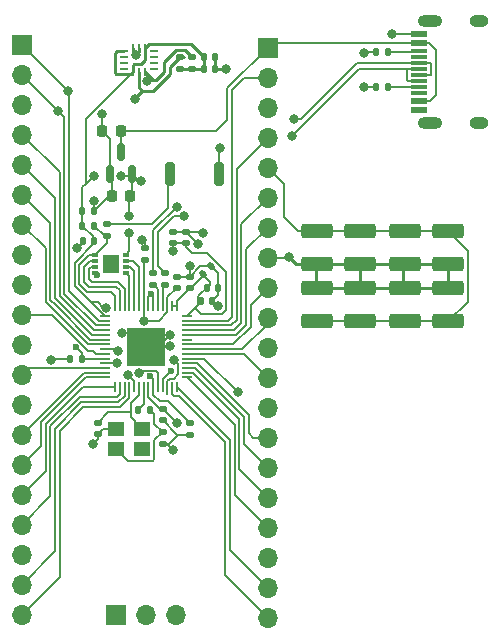
<source format=gbr>
%TF.GenerationSoftware,KiCad,Pcbnew,7.0.10*%
%TF.CreationDate,2025-11-23T12:01:09-06:00*%
%TF.ProjectId,FrankDevBoard,4672616e-6b44-4657-9642-6f6172642e6b,rev?*%
%TF.SameCoordinates,Original*%
%TF.FileFunction,Copper,L1,Top*%
%TF.FilePolarity,Positive*%
%FSLAX46Y46*%
G04 Gerber Fmt 4.6, Leading zero omitted, Abs format (unit mm)*
G04 Created by KiCad (PCBNEW 7.0.10) date 2025-11-23 12:01:09*
%MOMM*%
%LPD*%
G01*
G04 APERTURE LIST*
G04 Aperture macros list*
%AMRoundRect*
0 Rectangle with rounded corners*
0 $1 Rounding radius*
0 $2 $3 $4 $5 $6 $7 $8 $9 X,Y pos of 4 corners*
0 Add a 4 corners polygon primitive as box body*
4,1,4,$2,$3,$4,$5,$6,$7,$8,$9,$2,$3,0*
0 Add four circle primitives for the rounded corners*
1,1,$1+$1,$2,$3*
1,1,$1+$1,$4,$5*
1,1,$1+$1,$6,$7*
1,1,$1+$1,$8,$9*
0 Add four rect primitives between the rounded corners*
20,1,$1+$1,$2,$3,$4,$5,0*
20,1,$1+$1,$4,$5,$6,$7,0*
20,1,$1+$1,$6,$7,$8,$9,0*
20,1,$1+$1,$8,$9,$2,$3,0*%
G04 Aperture macros list end*
%TA.AperFunction,SMDPad,CuDef*%
%ADD10R,0.675000X0.250000*%
%TD*%
%TA.AperFunction,SMDPad,CuDef*%
%ADD11R,0.250000X0.675000*%
%TD*%
%TA.AperFunction,SMDPad,CuDef*%
%ADD12RoundRect,0.135000X-0.185000X0.135000X-0.185000X-0.135000X0.185000X-0.135000X0.185000X0.135000X0*%
%TD*%
%TA.AperFunction,SMDPad,CuDef*%
%ADD13RoundRect,0.140000X0.140000X0.170000X-0.140000X0.170000X-0.140000X-0.170000X0.140000X-0.170000X0*%
%TD*%
%TA.AperFunction,SMDPad,CuDef*%
%ADD14RoundRect,0.140000X-0.140000X-0.170000X0.140000X-0.170000X0.140000X0.170000X-0.140000X0.170000X0*%
%TD*%
%TA.AperFunction,SMDPad,CuDef*%
%ADD15RoundRect,0.250000X1.075000X-0.375000X1.075000X0.375000X-1.075000X0.375000X-1.075000X-0.375000X0*%
%TD*%
%TA.AperFunction,ComponentPad*%
%ADD16R,1.700000X1.700000*%
%TD*%
%TA.AperFunction,ComponentPad*%
%ADD17O,1.700000X1.700000*%
%TD*%
%TA.AperFunction,SMDPad,CuDef*%
%ADD18RoundRect,0.135000X0.135000X0.185000X-0.135000X0.185000X-0.135000X-0.185000X0.135000X-0.185000X0*%
%TD*%
%TA.AperFunction,SMDPad,CuDef*%
%ADD19RoundRect,0.250000X-1.075000X0.375000X-1.075000X-0.375000X1.075000X-0.375000X1.075000X0.375000X0*%
%TD*%
%TA.AperFunction,SMDPad,CuDef*%
%ADD20RoundRect,0.225000X0.225000X0.250000X-0.225000X0.250000X-0.225000X-0.250000X0.225000X-0.250000X0*%
%TD*%
%TA.AperFunction,SMDPad,CuDef*%
%ADD21RoundRect,0.140000X-0.170000X0.140000X-0.170000X-0.140000X0.170000X-0.140000X0.170000X0.140000X0*%
%TD*%
%TA.AperFunction,SMDPad,CuDef*%
%ADD22RoundRect,0.140000X0.170000X-0.140000X0.170000X0.140000X-0.170000X0.140000X-0.170000X-0.140000X0*%
%TD*%
%TA.AperFunction,SMDPad,CuDef*%
%ADD23RoundRect,0.050000X-0.387500X-0.050000X0.387500X-0.050000X0.387500X0.050000X-0.387500X0.050000X0*%
%TD*%
%TA.AperFunction,SMDPad,CuDef*%
%ADD24RoundRect,0.050000X-0.050000X-0.387500X0.050000X-0.387500X0.050000X0.387500X-0.050000X0.387500X0*%
%TD*%
%TA.AperFunction,SMDPad,CuDef*%
%ADD25R,3.200000X3.200000*%
%TD*%
%TA.AperFunction,SMDPad,CuDef*%
%ADD26R,1.400000X1.200000*%
%TD*%
%TA.AperFunction,SMDPad,CuDef*%
%ADD27R,1.450000X0.600000*%
%TD*%
%TA.AperFunction,SMDPad,CuDef*%
%ADD28R,1.450000X0.300000*%
%TD*%
%TA.AperFunction,ComponentPad*%
%ADD29O,2.100000X1.000000*%
%TD*%
%TA.AperFunction,ComponentPad*%
%ADD30O,1.600000X1.000000*%
%TD*%
%TA.AperFunction,SMDPad,CuDef*%
%ADD31RoundRect,0.200000X0.200000X0.800000X-0.200000X0.800000X-0.200000X-0.800000X0.200000X-0.800000X0*%
%TD*%
%TA.AperFunction,SMDPad,CuDef*%
%ADD32RoundRect,0.140000X0.021213X-0.219203X0.219203X-0.021213X-0.021213X0.219203X-0.219203X0.021213X0*%
%TD*%
%TA.AperFunction,SMDPad,CuDef*%
%ADD33RoundRect,0.150000X0.150000X-0.587500X0.150000X0.587500X-0.150000X0.587500X-0.150000X-0.587500X0*%
%TD*%
%TA.AperFunction,SMDPad,CuDef*%
%ADD34RoundRect,0.087500X-0.175000X-0.087500X0.175000X-0.087500X0.175000X0.087500X-0.175000X0.087500X0*%
%TD*%
%TA.AperFunction,SMDPad,CuDef*%
%ADD35R,1.400000X1.600000*%
%TD*%
%TA.AperFunction,ViaPad*%
%ADD36C,0.800000*%
%TD*%
%TA.AperFunction,ViaPad*%
%ADD37C,0.600000*%
%TD*%
%TA.AperFunction,Conductor*%
%ADD38C,0.200000*%
%TD*%
%TA.AperFunction,Conductor*%
%ADD39C,0.250000*%
%TD*%
G04 APERTURE END LIST*
D10*
%TO.P,U2,1,SDO*%
%TO.N,unconnected-(U2-SDO-Pad1)*%
X187562500Y-50350000D03*
%TO.P,U2,2,ASDx*%
%TO.N,unconnected-(U2-ASDx-Pad2)*%
X187562500Y-49850000D03*
%TO.P,U2,3,ASCx*%
%TO.N,unconnected-(U2-ASCx-Pad3)*%
X187562500Y-49350000D03*
%TO.P,U2,4,INT1*%
%TO.N,unconnected-(U2-INT1-Pad4)*%
X187562500Y-48850000D03*
D11*
%TO.P,U2,5,VDDIO*%
%TO.N,+3.3V*%
X186800000Y-48587500D03*
%TO.P,U2,6,GNDIO*%
%TO.N,GND*%
X186300000Y-48587500D03*
%TO.P,U2,7,GND*%
X185800000Y-48587500D03*
D10*
%TO.P,U2,8,VDD*%
%TO.N,+3.3V*%
X185037500Y-48850000D03*
%TO.P,U2,9,INT2*%
%TO.N,unconnected-(U2-INT2-Pad9)*%
X185037500Y-49350000D03*
%TO.P,U2,10,OCSB*%
%TO.N,unconnected-(U2-OCSB-Pad10)*%
X185037500Y-49850000D03*
%TO.P,U2,11,OSDO*%
%TO.N,unconnected-(U2-OSDO-Pad11)*%
X185037500Y-50350000D03*
D11*
%TO.P,U2,12,CSB*%
%TO.N,+3.3V*%
X185800000Y-50612500D03*
%TO.P,U2,13,SCx*%
%TO.N,GPIO1*%
X186300000Y-50612500D03*
%TO.P,U2,14,SDx*%
%TO.N,GPIO0*%
X186800000Y-50612500D03*
%TD*%
D12*
%TO.P,R9,1*%
%TO.N,GPIO1*%
X189780000Y-49310000D03*
%TO.P,R9,2*%
%TO.N,+3.3V*%
X189780000Y-50330000D03*
%TD*%
%TO.P,R8,1*%
%TO.N,GPIO0*%
X190780000Y-49310000D03*
%TO.P,R8,2*%
%TO.N,+3.3V*%
X190780000Y-50330000D03*
%TD*%
D13*
%TO.P,C19,1*%
%TO.N,GND*%
X192780000Y-50320000D03*
%TO.P,C19,2*%
%TO.N,+3.3V*%
X191820000Y-50320000D03*
%TD*%
D14*
%TO.P,C18,1*%
%TO.N,+3.3V*%
X191820000Y-49320000D03*
%TO.P,C18,2*%
%TO.N,GND*%
X192780000Y-49320000D03*
%TD*%
D15*
%TO.P,D1,1,K*%
%TO.N,GND*%
X201400000Y-66900000D03*
%TO.P,D1,2,A*%
%TO.N,+3.3V*%
X201400000Y-64100000D03*
%TD*%
D16*
%TO.P,J3,1,Pin_1*%
%TO.N,VBUS*%
X197200000Y-48540000D03*
D17*
%TO.P,J3,2,Pin_2*%
%TO.N,GPIO29_ADC3*%
X197200000Y-51080000D03*
%TO.P,J3,3,Pin_3*%
%TO.N,GND*%
X197200000Y-53620000D03*
%TO.P,J3,4,Pin_4*%
%TO.N,GPIO28_ADC2*%
X197200000Y-56160000D03*
%TO.P,J3,5,Pin_5*%
%TO.N,+3.3V*%
X197200000Y-58700000D03*
%TO.P,J3,6,Pin_6*%
%TO.N,GPIO27_ADC1*%
X197200000Y-61240000D03*
%TO.P,J3,7,Pin_7*%
%TO.N,GPIO26_ADC0*%
X197200000Y-63780000D03*
%TO.P,J3,8,Pin_8*%
%TO.N,GND*%
X197200000Y-66320000D03*
%TO.P,J3,9,Pin_9*%
%TO.N,GPIO24*%
X197200000Y-68860000D03*
%TO.P,J3,10,Pin_10*%
%TO.N,GPIO23*%
X197200000Y-71400000D03*
%TO.P,J3,11,Pin_11*%
%TO.N,RUN*%
X197200000Y-73940000D03*
%TO.P,J3,12,Pin_12*%
%TO.N,GPIO22*%
X197200000Y-76480000D03*
%TO.P,J3,13,Pin_13*%
%TO.N,GND*%
X197200000Y-79020000D03*
%TO.P,J3,14,Pin_14*%
%TO.N,GPIO21*%
X197200000Y-81560000D03*
%TO.P,J3,15,Pin_15*%
%TO.N,GPIO20*%
X197200000Y-84100000D03*
%TO.P,J3,16,Pin_16*%
%TO.N,GPIO19*%
X197200000Y-86640000D03*
%TO.P,J3,17,Pin_17*%
%TO.N,GPIO18*%
X197200000Y-89180000D03*
%TO.P,J3,18,Pin_18*%
%TO.N,GND*%
X197200000Y-91720000D03*
%TO.P,J3,19,Pin_19*%
%TO.N,GPIO17*%
X197200000Y-94260000D03*
%TO.P,J3,20,Pin_20*%
%TO.N,GPIO16*%
X197200000Y-96800000D03*
%TD*%
D18*
%TO.P,R1,1*%
%TO.N,Net-(J1-CC2)*%
X207410000Y-48900000D03*
%TO.P,R1,2*%
%TO.N,GND*%
X206390000Y-48900000D03*
%TD*%
D15*
%TO.P,D12,2,A*%
%TO.N,+3.3V*%
X205000000Y-64100000D03*
%TO.P,D12,1,K*%
%TO.N,GND*%
X205000000Y-66900000D03*
%TD*%
%TO.P,D11,2,A*%
%TO.N,+3.3V*%
X212500000Y-64100000D03*
%TO.P,D11,1,K*%
%TO.N,GND*%
X212500000Y-66900000D03*
%TD*%
D19*
%TO.P,D10,2,A*%
%TO.N,+3.3V*%
X212499999Y-71700000D03*
%TO.P,D10,1,K*%
%TO.N,GND*%
X212499999Y-68900000D03*
%TD*%
D15*
%TO.P,D9,2,A*%
%TO.N,+3.3V*%
X208800000Y-64100000D03*
%TO.P,D9,1,K*%
%TO.N,GND*%
X208800000Y-66900000D03*
%TD*%
D19*
%TO.P,D8,2,A*%
%TO.N,+3.3V*%
X205000000Y-71700000D03*
%TO.P,D8,1,K*%
%TO.N,GND*%
X205000000Y-68900000D03*
%TD*%
%TO.P,D6,2,A*%
%TO.N,+3.3V*%
X208800002Y-71700002D03*
%TO.P,D6,1,K*%
%TO.N,GND*%
X208800002Y-68900002D03*
%TD*%
%TO.P,D5,2,A*%
%TO.N,+3.3V*%
X201400004Y-71700004D03*
%TO.P,D5,1,K*%
%TO.N,GND*%
X201400004Y-68900004D03*
%TD*%
D16*
%TO.P,J4,1,Pin_1*%
%TO.N,SWCLK*%
X184360000Y-96600000D03*
D17*
%TO.P,J4,2,Pin_2*%
%TO.N,GND*%
X186900000Y-96600000D03*
%TO.P,J4,3,Pin_3*%
%TO.N,SWD*%
X189440000Y-96600000D03*
%TD*%
D20*
%TO.P,C13,1*%
%TO.N,+3.3V*%
X185575000Y-61100000D03*
%TO.P,C13,2*%
%TO.N,GND*%
X184025000Y-61100000D03*
%TD*%
D14*
%TO.P,C17,1*%
%TO.N,+3.3V*%
X192040000Y-68900000D03*
%TO.P,C17,2*%
%TO.N,GND*%
X193000000Y-68900000D03*
%TD*%
D21*
%TO.P,C9,1*%
%TO.N,+1V0*%
X190600000Y-80340000D03*
%TO.P,C9,2*%
%TO.N,GND*%
X190600000Y-81300000D03*
%TD*%
D22*
%TO.P,C11,1*%
%TO.N,+1V0*%
X186800000Y-66480000D03*
%TO.P,C11,2*%
%TO.N,GND*%
X186800000Y-65520000D03*
%TD*%
D12*
%TO.P,R4,1*%
%TO.N,USB_D-*%
X188500000Y-67590000D03*
%TO.P,R4,2*%
%TO.N,Net-(U1-USB_DM)*%
X188500000Y-68610000D03*
%TD*%
D18*
%TO.P,R5,1*%
%TO.N,Net-(C15-Pad2)*%
X187220000Y-79200000D03*
%TO.P,R5,2*%
%TO.N,XOUT*%
X186200000Y-79200000D03*
%TD*%
D20*
%TO.P,C12,1*%
%TO.N,VBUS*%
X184750000Y-55600000D03*
%TO.P,C12,2*%
%TO.N,GND*%
X183200000Y-55600000D03*
%TD*%
D22*
%TO.P,C16,1*%
%TO.N,+3.3V*%
X190600000Y-68880000D03*
%TO.P,C16,2*%
%TO.N,GND*%
X190600000Y-67920000D03*
%TD*%
D12*
%TO.P,R3,1*%
%TO.N,USB_D+*%
X187500000Y-67590000D03*
%TO.P,R3,2*%
%TO.N,Net-(U1-USB_DP)*%
X187500000Y-68610000D03*
%TD*%
D22*
%TO.P,C5,1*%
%TO.N,+3.3V*%
X190300000Y-65100000D03*
%TO.P,C5,2*%
%TO.N,GND*%
X190300000Y-64140000D03*
%TD*%
D14*
%TO.P,C7,1*%
%TO.N,+3.3V*%
X181520000Y-62410000D03*
%TO.P,C7,2*%
%TO.N,GND*%
X182480000Y-62410000D03*
%TD*%
D22*
%TO.P,C10,1*%
%TO.N,+1V0*%
X189500000Y-68880000D03*
%TO.P,C10,2*%
%TO.N,GND*%
X189500000Y-67920000D03*
%TD*%
D21*
%TO.P,C1,1*%
%TO.N,+3.3V*%
X188300000Y-79120000D03*
%TO.P,C1,2*%
%TO.N,GND*%
X188300000Y-80080000D03*
%TD*%
D14*
%TO.P,C8,1*%
%TO.N,+3.3V*%
X191520000Y-70000000D03*
%TO.P,C8,2*%
%TO.N,GND*%
X192480000Y-70000000D03*
%TD*%
D16*
%TO.P,J2,1,Pin_1*%
%TO.N,GPIO0*%
X176400000Y-48280000D03*
D17*
%TO.P,J2,2,Pin_2*%
%TO.N,GPIO1*%
X176400000Y-50820000D03*
%TO.P,J2,3,Pin_3*%
%TO.N,GND*%
X176400000Y-53360000D03*
%TO.P,J2,4,Pin_4*%
%TO.N,GPIO2*%
X176400000Y-55900000D03*
%TO.P,J2,5,Pin_5*%
%TO.N,GPIO3*%
X176400000Y-58440000D03*
%TO.P,J2,6,Pin_6*%
%TO.N,GPIO4*%
X176400000Y-60980000D03*
%TO.P,J2,7,Pin_7*%
%TO.N,GPIO5*%
X176400000Y-63520000D03*
%TO.P,J2,8,Pin_8*%
%TO.N,GND*%
X176400000Y-66060000D03*
%TO.P,J2,9,Pin_9*%
%TO.N,GPIO8*%
X176400000Y-68600000D03*
%TO.P,J2,10,Pin_10*%
%TO.N,GPIO7*%
X176400000Y-71140000D03*
%TO.P,J2,11,Pin_11*%
%TO.N,GPIO6*%
X176400000Y-73680000D03*
%TO.P,J2,12,Pin_12*%
%TO.N,GPIO9*%
X176400000Y-76220000D03*
%TO.P,J2,13,Pin_13*%
%TO.N,GND*%
X176400000Y-78760000D03*
%TO.P,J2,14,Pin_14*%
%TO.N,GPIO10*%
X176400000Y-81300000D03*
%TO.P,J2,15,Pin_15*%
%TO.N,GPIO11*%
X176400000Y-83840000D03*
%TO.P,J2,16,Pin_16*%
%TO.N,GPIO12*%
X176400000Y-86380000D03*
%TO.P,J2,17,Pin_17*%
%TO.N,GPIO13*%
X176400000Y-88920000D03*
%TO.P,J2,18,Pin_18*%
%TO.N,GND*%
X176400000Y-91460000D03*
%TO.P,J2,19,Pin_19*%
%TO.N,GPIO14*%
X176400000Y-94000000D03*
%TO.P,J2,20,Pin_20*%
%TO.N,GPIO15*%
X176400000Y-96540000D03*
%TD*%
D23*
%TO.P,U1,1,IOVDD*%
%TO.N,+3.3V*%
X183462500Y-71262500D03*
%TO.P,U1,2,GPIO0*%
%TO.N,GPIO0*%
X183462500Y-71662500D03*
%TO.P,U1,3,GPIO1*%
%TO.N,GPIO1*%
X183462500Y-72062500D03*
%TO.P,U1,4,GPIO2*%
%TO.N,GPIO2*%
X183462500Y-72462500D03*
%TO.P,U1,5,GPIO3*%
%TO.N,GPIO3*%
X183462500Y-72862500D03*
%TO.P,U1,6,GPIO4*%
%TO.N,GPIO4*%
X183462500Y-73262500D03*
%TO.P,U1,7,GPIO5*%
%TO.N,GPIO5*%
X183462500Y-73662500D03*
%TO.P,U1,8,GPIO6*%
%TO.N,GPIO6*%
X183462500Y-74062500D03*
%TO.P,U1,9,GPIO7*%
%TO.N,GPIO7*%
X183462500Y-74462500D03*
%TO.P,U1,10,IOVDD*%
%TO.N,+3.3V*%
X183462500Y-74862500D03*
%TO.P,U1,11,GPIO8*%
%TO.N,GPIO8*%
X183462500Y-75262500D03*
%TO.P,U1,12,GPIO9*%
%TO.N,GPIO9*%
X183462500Y-75662500D03*
%TO.P,U1,13,GPIO10*%
%TO.N,GPIO10*%
X183462500Y-76062500D03*
%TO.P,U1,14,GPIO11*%
%TO.N,GPIO11*%
X183462500Y-76462500D03*
D24*
%TO.P,U1,15,GPIO12*%
%TO.N,GPIO12*%
X184300000Y-77300000D03*
%TO.P,U1,16,GPIO13*%
%TO.N,GPIO13*%
X184700000Y-77300000D03*
%TO.P,U1,17,GPIO14*%
%TO.N,GPIO14*%
X185100000Y-77300000D03*
%TO.P,U1,18,GPIO15*%
%TO.N,GPIO15*%
X185500000Y-77300000D03*
%TO.P,U1,19,TESTEN*%
%TO.N,GND*%
X185900000Y-77300000D03*
%TO.P,U1,20,XIN*%
%TO.N,XIN*%
X186300000Y-77300000D03*
%TO.P,U1,21,XOUT*%
%TO.N,XOUT*%
X186700000Y-77300000D03*
%TO.P,U1,22,IOVDD*%
%TO.N,+3.3V*%
X187100000Y-77300000D03*
%TO.P,U1,23,DVDD*%
%TO.N,+1V0*%
X187500000Y-77300000D03*
%TO.P,U1,24,SWCLK*%
%TO.N,SWCLK*%
X187900000Y-77300000D03*
%TO.P,U1,25,SWD*%
%TO.N,SWD*%
X188300000Y-77300000D03*
%TO.P,U1,26,RUN*%
%TO.N,RUN*%
X188700000Y-77300000D03*
%TO.P,U1,27,GPIO16*%
%TO.N,GPIO16*%
X189100000Y-77300000D03*
%TO.P,U1,28,GPIO17*%
%TO.N,GPIO17*%
X189500000Y-77300000D03*
D23*
%TO.P,U1,29,GPIO18*%
%TO.N,GPIO18*%
X190337500Y-76462500D03*
%TO.P,U1,30,GPIO19*%
%TO.N,GPIO19*%
X190337500Y-76062500D03*
%TO.P,U1,31,GPIO20*%
%TO.N,GPIO20*%
X190337500Y-75662500D03*
%TO.P,U1,32,GPIO21*%
%TO.N,GPIO21*%
X190337500Y-75262500D03*
%TO.P,U1,33,IOVDD*%
%TO.N,+3.3V*%
X190337500Y-74862500D03*
%TO.P,U1,34,GPIO22*%
%TO.N,GPIO22*%
X190337500Y-74462500D03*
%TO.P,U1,35,GPIO23*%
%TO.N,GPIO23*%
X190337500Y-74062500D03*
%TO.P,U1,36,GPIO24*%
%TO.N,GPIO24*%
X190337500Y-73662500D03*
%TO.P,U1,37,GPIO25*%
%TO.N,unconnected-(U1-GPIO25-Pad37)*%
X190337500Y-73262500D03*
%TO.P,U1,38,GPIO26_ADC0*%
%TO.N,GPIO26_ADC0*%
X190337500Y-72862500D03*
%TO.P,U1,39,GPIO27_ADC1*%
%TO.N,GPIO27_ADC1*%
X190337500Y-72462500D03*
%TO.P,U1,40,GPIO28_ADC2*%
%TO.N,GPIO28_ADC2*%
X190337500Y-72062500D03*
%TO.P,U1,41,GPIO29_ADC3*%
%TO.N,GPIO29_ADC3*%
X190337500Y-71662500D03*
%TO.P,U1,42,IOVDD*%
%TO.N,+3.3V*%
X190337500Y-71262500D03*
D24*
%TO.P,U1,43,ADC_AVDD*%
X189500000Y-70425000D03*
%TO.P,U1,44,VREG_IN*%
X189100000Y-70425000D03*
%TO.P,U1,45,VREG_VOUT*%
%TO.N,+1V0*%
X188700000Y-70425000D03*
%TO.P,U1,46,USB_DM*%
%TO.N,Net-(U1-USB_DM)*%
X188300000Y-70425000D03*
%TO.P,U1,47,USB_DP*%
%TO.N,Net-(U1-USB_DP)*%
X187900000Y-70425000D03*
%TO.P,U1,48,USB_VDD*%
%TO.N,+3.3V*%
X187500000Y-70425000D03*
%TO.P,U1,49,IOVDD*%
X187100000Y-70425000D03*
%TO.P,U1,50,DVDD*%
%TO.N,+1V0*%
X186700000Y-70425000D03*
%TO.P,U1,51,QSPI_SD3*%
%TO.N,QSPI_SD3*%
X186300000Y-70425000D03*
%TO.P,U1,52,QSPI_SCLK*%
%TO.N,QSPI_SCLK*%
X185900000Y-70425000D03*
%TO.P,U1,53,QSPI_SD0*%
%TO.N,QSPI_SD0*%
X185500000Y-70425000D03*
%TO.P,U1,54,QSPI_SD2*%
%TO.N,QSPI_SD2*%
X185100000Y-70425000D03*
%TO.P,U1,55,QSPI_SD1*%
%TO.N,QSPI_SD1*%
X184700000Y-70425000D03*
%TO.P,U1,56,QSPI_SS*%
%TO.N,QSPI_SS*%
X184300000Y-70425000D03*
D25*
%TO.P,U1,57,GND*%
%TO.N,GND*%
X186900000Y-73862500D03*
%TD*%
D22*
%TO.P,C15,1*%
%TO.N,GND*%
X188300000Y-82060000D03*
%TO.P,C15,2*%
%TO.N,Net-(C15-Pad2)*%
X188300000Y-81100000D03*
%TD*%
D13*
%TO.P,C6,1*%
%TO.N,+3.3V*%
X182500000Y-64910000D03*
%TO.P,C6,2*%
%TO.N,GND*%
X181540000Y-64910000D03*
%TD*%
D12*
%TO.P,R7,1*%
%TO.N,Net-(R7-Pad1)*%
X183620000Y-63500000D03*
%TO.P,R7,2*%
%TO.N,QSPI_SS*%
X183620000Y-64520000D03*
%TD*%
D22*
%TO.P,C2,1*%
%TO.N,+3.3V*%
X189200000Y-65100000D03*
%TO.P,C2,2*%
%TO.N,GND*%
X189200000Y-64140000D03*
%TD*%
%TO.P,C14,1*%
%TO.N,GND*%
X182800000Y-81280000D03*
%TO.P,C14,2*%
%TO.N,XIN*%
X182800000Y-80320000D03*
%TD*%
D18*
%TO.P,R6,1*%
%TO.N,QSPI_SS*%
X182530000Y-63610000D03*
%TO.P,R6,2*%
%TO.N,+3.3V*%
X181510000Y-63610000D03*
%TD*%
D26*
%TO.P,Y1,1,1*%
%TO.N,Net-(C15-Pad2)*%
X184400000Y-82500000D03*
%TO.P,Y1,2,2*%
%TO.N,GND*%
X186600000Y-82500000D03*
%TO.P,Y1,3,3*%
%TO.N,XIN*%
X186600000Y-80800000D03*
%TO.P,Y1,4,4*%
%TO.N,GND*%
X184400000Y-80800000D03*
%TD*%
D13*
%TO.P,C3,1*%
%TO.N,+3.3V*%
X181460000Y-74900000D03*
%TO.P,C3,2*%
%TO.N,GND*%
X180500000Y-74900000D03*
%TD*%
D27*
%TO.P,J1,A1,GND*%
%TO.N,GND*%
X210015000Y-53849994D03*
%TO.P,J1,A4,VBUS*%
%TO.N,VBUS*%
X210015000Y-53049994D03*
D28*
%TO.P,J1,A5,CC1*%
%TO.N,Net-(J1-CC1)*%
X210015000Y-51849994D03*
%TO.P,J1,A6,D+*%
%TO.N,USB_D+*%
X210015000Y-50849994D03*
%TO.P,J1,A7,D-*%
%TO.N,USB_D-*%
X210015000Y-50349994D03*
%TO.P,J1,A8*%
%TO.N,N/C*%
X210015000Y-49349994D03*
D27*
%TO.P,J1,A9,VBUS*%
%TO.N,VBUS*%
X210015000Y-48149994D03*
%TO.P,J1,A12,GND*%
%TO.N,GND*%
X210015000Y-47349994D03*
%TO.P,J1,B1,GND*%
X210015000Y-47349994D03*
%TO.P,J1,B4,VBUS*%
%TO.N,VBUS*%
X210015000Y-48149994D03*
D28*
%TO.P,J1,B5,CC2*%
%TO.N,Net-(J1-CC2)*%
X210015000Y-48849994D03*
%TO.P,J1,B6,D+*%
%TO.N,USB_D+*%
X210015000Y-49849994D03*
%TO.P,J1,B7,D-*%
%TO.N,USB_D-*%
X210015000Y-51349994D03*
%TO.P,J1,B8*%
%TO.N,N/C*%
X210015000Y-52349994D03*
D27*
%TO.P,J1,B9,VBUS*%
%TO.N,VBUS*%
X210015000Y-53049994D03*
%TO.P,J1,B12,GND*%
%TO.N,GND*%
X210015000Y-53849994D03*
D29*
%TO.P,J1,S1,SHIELD*%
X210930000Y-54919994D03*
D30*
X215110000Y-54919994D03*
D29*
X210930000Y-46279994D03*
D30*
X215110000Y-46279994D03*
%TD*%
D31*
%TO.P,SW1,1,1*%
%TO.N,GND*%
X193100000Y-59200000D03*
%TO.P,SW1,2,2*%
%TO.N,Net-(R7-Pad1)*%
X188900000Y-59200000D03*
%TD*%
D32*
%TO.P,C4,1*%
%TO.N,+3.3V*%
X191760589Y-67739411D03*
%TO.P,C4,2*%
%TO.N,GND*%
X192439411Y-67060589D03*
%TD*%
D33*
%TO.P,U4,1,GND*%
%TO.N,GND*%
X183850000Y-59275000D03*
%TO.P,U4,2,VO*%
%TO.N,+3.3V*%
X185750000Y-59275000D03*
%TO.P,U4,3,VI*%
%TO.N,VBUS*%
X184800000Y-57400000D03*
%TD*%
D18*
%TO.P,R2,1*%
%TO.N,Net-(J1-CC1)*%
X207410000Y-51900000D03*
%TO.P,R2,2*%
%TO.N,GND*%
X206390000Y-51900000D03*
%TD*%
D34*
%TO.P,U3,1,~{CS}*%
%TO.N,QSPI_SS*%
X182625000Y-66100000D03*
%TO.P,U3,2,DO(IO1)*%
%TO.N,QSPI_SD1*%
X182625000Y-66600000D03*
%TO.P,U3,3,IO2*%
%TO.N,QSPI_SD2*%
X182625000Y-67100000D03*
%TO.P,U3,4,GND*%
%TO.N,GND*%
X182625000Y-67600000D03*
%TO.P,U3,5,DI(IO0)*%
%TO.N,QSPI_SD0*%
X185200000Y-67600000D03*
%TO.P,U3,6,CLK*%
%TO.N,QSPI_SCLK*%
X185200000Y-67100000D03*
%TO.P,U3,7,IO3*%
%TO.N,QSPI_SD3*%
X185200000Y-66600000D03*
%TO.P,U3,8,VCC*%
%TO.N,+3.3V*%
X185200000Y-66100000D03*
D35*
%TO.P,U3,9*%
%TO.N,N/C*%
X183912500Y-66850000D03*
%TD*%
D36*
%TO.N,GPIO1*%
X179490000Y-53910000D03*
X186000000Y-52915000D03*
%TO.N,GPIO0*%
X180310000Y-52190000D03*
X187025000Y-51400000D03*
%TO.N,GND*%
X193700000Y-50320000D03*
X186075267Y-49175000D03*
%TO.N,+3.3V*%
X182500000Y-59400000D03*
X185500000Y-64200000D03*
X183500000Y-70600000D03*
X194665091Y-77734909D03*
X186500000Y-59800000D03*
X185500000Y-62800000D03*
D37*
X181000000Y-73900000D03*
D36*
X189200000Y-65800000D03*
X184750000Y-59400000D03*
X189494975Y-80305025D03*
D37*
X187300000Y-69394219D03*
D36*
%TO.N,GND*%
X199000000Y-66300000D03*
X191300000Y-65200000D03*
X182500000Y-61500000D03*
X205400000Y-49000000D03*
X188900000Y-72900000D03*
X205400000Y-51900000D03*
X188900000Y-73800000D03*
X193200000Y-57000000D03*
X207700000Y-47400000D03*
X181099244Y-65526251D03*
X185349441Y-76270170D03*
X190600000Y-67000000D03*
X186600000Y-82500000D03*
X184900000Y-72700000D03*
X186600000Y-64800000D03*
X183200000Y-54200000D03*
D37*
X182733652Y-67793896D03*
D36*
X189200000Y-82600000D03*
X178900000Y-74962500D03*
X191700000Y-64200000D03*
X182400000Y-82100000D03*
X193000000Y-70400000D03*
%TO.N,+1V0*%
X186700000Y-71662498D03*
D37*
X187200000Y-76300000D03*
D36*
%TO.N,USB_D+*%
X189500000Y-62000000D03*
X199400000Y-54600000D03*
%TO.N,USB_D-*%
X190100002Y-62800002D03*
X199300000Y-56000000D03*
%TO.N,GPIO8*%
X184426307Y-75214745D03*
%TO.N,GPIO6*%
X184492932Y-74216964D03*
%TO.N,RUN*%
X189310108Y-75027102D03*
%TO.N,SWCLK*%
X186327297Y-76062502D03*
D37*
%TO.N,SWD*%
X189000000Y-75922370D03*
%TD*%
D38*
%TO.N,+3.3V*%
X181850000Y-60050000D02*
X181850000Y-54560050D01*
X181850000Y-54560050D02*
X185797550Y-50612500D01*
X181850000Y-60050000D02*
X182500000Y-59400000D01*
X181520000Y-60380000D02*
X181850000Y-60050000D01*
X185797550Y-50612500D02*
X185800000Y-50612500D01*
D39*
X184425000Y-48850000D02*
X185037500Y-48850000D01*
X185612500Y-50800000D02*
X184375000Y-50800000D01*
X184375000Y-50800000D02*
X184300000Y-50725000D01*
X184300000Y-48975000D02*
X184425000Y-48850000D01*
X185800000Y-50612500D02*
X185612500Y-50800000D01*
X184300000Y-50725000D02*
X184300000Y-48975000D01*
D38*
%TO.N,GPIO1*%
X180000000Y-54420000D02*
X179490000Y-53910000D01*
X179490000Y-53910000D02*
X176400000Y-50820000D01*
D39*
X186000000Y-52800000D02*
X186000000Y-52915000D01*
X186600000Y-52200000D02*
X186000000Y-52800000D01*
%TO.N,GPIO0*%
X187025000Y-51375000D02*
X187025000Y-51400000D01*
X187293750Y-51106250D02*
X187025000Y-51375000D01*
D38*
X180400000Y-52280000D02*
X180310000Y-52190000D01*
X180310000Y-52190000D02*
X176400000Y-48280000D01*
D39*
X187293750Y-51106250D02*
X187487500Y-51300000D01*
X186800000Y-50612500D02*
X187293750Y-51106250D01*
%TO.N,GPIO1*%
X188900000Y-50190000D02*
X189780000Y-49310000D01*
X187461396Y-52200000D02*
X188900000Y-50761396D01*
X188900000Y-50761396D02*
X188900000Y-50190000D01*
X186600000Y-52200000D02*
X187461396Y-52200000D01*
X186300000Y-51900000D02*
X186600000Y-52200000D01*
X186300000Y-50612500D02*
X186300000Y-51900000D01*
%TO.N,+3.3V*%
X190750000Y-48250000D02*
X191820000Y-49320000D01*
X187137500Y-48250000D02*
X190750000Y-48250000D01*
X186800000Y-48587500D02*
X187137500Y-48250000D01*
%TO.N,GPIO0*%
X189415720Y-48700000D02*
X190170000Y-48700000D01*
X190170000Y-48700000D02*
X190780000Y-49310000D01*
X188400000Y-49715720D02*
X189415720Y-48700000D01*
X187725000Y-51300000D02*
X188400000Y-50625000D01*
X187487500Y-51300000D02*
X187725000Y-51300000D01*
X188400000Y-50625000D02*
X188400000Y-49715720D01*
%TO.N,GPIO1*%
X190099999Y-49310000D02*
X190135000Y-49345001D01*
%TO.N,+3.3V*%
X186800267Y-49599733D02*
X186800000Y-49599466D01*
X186500000Y-49900000D02*
X186800267Y-49599733D01*
X186500000Y-49900000D02*
X185900000Y-49900000D01*
X186800000Y-49599466D02*
X186800000Y-48587500D01*
X189790000Y-50320000D02*
X189780000Y-50330000D01*
X191820000Y-50320000D02*
X189790000Y-50320000D01*
X191820000Y-49320000D02*
X191820000Y-50320000D01*
%TO.N,GND*%
X192780000Y-50320000D02*
X193700000Y-50320000D01*
X192780000Y-49320000D02*
X192780000Y-50320000D01*
%TO.N,+3.3V*%
X191800000Y-50300000D02*
X191820000Y-50320000D01*
%TO.N,GND*%
X186300000Y-48950267D02*
X186075267Y-49175000D01*
X186300000Y-48587500D02*
X186300000Y-48950267D01*
X185800000Y-48899733D02*
X186075267Y-49175000D01*
X185800000Y-48587500D02*
X185800000Y-48899733D01*
%TO.N,+3.3V*%
X185900000Y-49900000D02*
X185800000Y-50000000D01*
X185800000Y-50000000D02*
X185800000Y-50612500D01*
D38*
X201400008Y-71700000D02*
X201400004Y-71700004D01*
X212499999Y-71700000D02*
X201400008Y-71700000D01*
D39*
%TO.N,GND*%
X212500000Y-66900000D02*
X212499999Y-68900000D01*
X208700000Y-68800000D02*
X208800002Y-68900002D01*
X208700000Y-66900000D02*
X208700000Y-68800000D01*
X205000000Y-68700000D02*
X205200000Y-68900000D01*
X205000000Y-66900000D02*
X205000000Y-68700000D01*
X201300000Y-68800000D02*
X201400004Y-68900004D01*
X201300000Y-66900000D02*
X201300000Y-68800000D01*
X201300000Y-66900000D02*
X212500000Y-66900000D01*
X201400008Y-68900000D02*
X201400004Y-68900004D01*
X212499999Y-68900000D02*
X201400008Y-68900000D01*
D38*
%TO.N,+3.3V*%
X214124999Y-70075000D02*
X212499999Y-71700000D01*
X214124999Y-65724999D02*
X214124999Y-70075000D01*
X212500000Y-64100000D02*
X214124999Y-65724999D01*
X201300000Y-64100000D02*
X212500000Y-64100000D01*
D39*
%TO.N,GND*%
X199600000Y-66900000D02*
X199000000Y-66300000D01*
X201300000Y-66900000D02*
X199600000Y-66900000D01*
D38*
%TO.N,+3.3V*%
X198600000Y-62900000D02*
X199800000Y-64100000D01*
X197200000Y-58700000D02*
X198600000Y-60100000D01*
X198600000Y-60100000D02*
X198600000Y-62900000D01*
X199800000Y-64100000D02*
X201300000Y-64100000D01*
X187500000Y-69594219D02*
X187500000Y-70425000D01*
X185500000Y-62800000D02*
X185500000Y-61175000D01*
X182500000Y-65115444D02*
X182500000Y-64910000D01*
X188309950Y-79120000D02*
X189494975Y-80305025D01*
X191050000Y-70550000D02*
X191600000Y-71100000D01*
X187100000Y-78100000D02*
X187100000Y-77300000D01*
X181520000Y-62410000D02*
X181520000Y-60380000D01*
X192290000Y-68610000D02*
X191300000Y-69600000D01*
X193700000Y-70767157D02*
X193700000Y-67500000D01*
X186500000Y-59800000D02*
X186275000Y-59800000D01*
X185500000Y-61175000D02*
X185575000Y-61100000D01*
X190600000Y-68880000D02*
X189500000Y-69980000D01*
X185500000Y-65800000D02*
X185500000Y-64200000D01*
X180862500Y-68693871D02*
X180862500Y-66752945D01*
X191300000Y-69600000D02*
X191300000Y-70300000D01*
X193700000Y-67500000D02*
X192100000Y-65900000D01*
X187300000Y-69394219D02*
X187300000Y-69500000D01*
X193367157Y-71100000D02*
X193700000Y-70767157D01*
X182284314Y-70115686D02*
X180862500Y-68693871D01*
X183300000Y-70600000D02*
X182815686Y-70115686D01*
X181460000Y-74900000D02*
X181460000Y-74360000D01*
X182500000Y-64600000D02*
X181510000Y-63610000D01*
X189500000Y-70425000D02*
X189100000Y-70425000D01*
X190337500Y-74862500D02*
X191792682Y-74862500D01*
X181497500Y-74862500D02*
X181460000Y-74900000D01*
X187300000Y-69394219D02*
X187100000Y-69594219D01*
X191790000Y-67910000D02*
X192290000Y-68410000D01*
X182815686Y-70115686D02*
X182284314Y-70115686D01*
X189500000Y-69980000D02*
X189500000Y-70425000D01*
X185625000Y-59400000D02*
X185750000Y-59275000D01*
X188300000Y-79120000D02*
X188309950Y-79120000D01*
X189200000Y-65100000D02*
X190300000Y-65100000D01*
X189200000Y-65800000D02*
X189200000Y-65100000D01*
X188120000Y-79120000D02*
X187100000Y-78100000D01*
X187300000Y-69500000D02*
X187400000Y-69600000D01*
X190300000Y-65379999D02*
X190300000Y-65100000D01*
X182500000Y-65110000D02*
X182500000Y-64910000D01*
X185200000Y-66100000D02*
X185500000Y-65800000D01*
X184750000Y-59400000D02*
X185625000Y-59400000D01*
X187300000Y-69394219D02*
X187500000Y-69594219D01*
X181510000Y-62420000D02*
X181520000Y-62410000D01*
X191792682Y-74862500D02*
X194665091Y-77734909D01*
X187100000Y-69594219D02*
X187100000Y-70425000D01*
X190820001Y-65900000D02*
X190300000Y-65379999D01*
X192100000Y-65900000D02*
X190820001Y-65900000D01*
X185750000Y-60925000D02*
X185575000Y-61100000D01*
X190600000Y-68880000D02*
X190720000Y-68880000D01*
X191300000Y-70300000D02*
X191050000Y-70550000D01*
X192290000Y-68410000D02*
X192290000Y-68610000D01*
X183462500Y-71262500D02*
X183431129Y-71262500D01*
X188300000Y-79120000D02*
X188120000Y-79120000D01*
X189500000Y-70425000D02*
X189500000Y-70558860D01*
X183462500Y-74862500D02*
X181497500Y-74862500D01*
X181510000Y-63610000D02*
X181510000Y-62420000D01*
X190720000Y-68880000D02*
X191790000Y-67810000D01*
X186275000Y-59800000D02*
X185750000Y-59275000D01*
X183431129Y-71262500D02*
X182284314Y-70115686D01*
X181460000Y-74360000D02*
X181000000Y-73900000D01*
X182500000Y-64910000D02*
X182500000Y-64600000D01*
X180862500Y-66752945D02*
X182500000Y-65115444D01*
X185750000Y-59275000D02*
X185750000Y-60925000D01*
X183500000Y-70600000D02*
X183300000Y-70600000D01*
X191600000Y-71100000D02*
X193367157Y-71100000D01*
X191050000Y-70550000D02*
X190337500Y-71262500D01*
%TO.N,GND*%
X189200000Y-64140000D02*
X190300000Y-64140000D01*
X197200000Y-66320000D02*
X198980000Y-66320000D01*
X193000000Y-67621178D02*
X192439411Y-67060589D01*
X193100000Y-59200000D02*
X193100000Y-57100000D01*
X206390000Y-48900000D02*
X205500000Y-48900000D01*
X193000000Y-68900000D02*
X193000000Y-69480000D01*
X191459411Y-67060589D02*
X192439411Y-67060589D01*
X182800000Y-81700000D02*
X182400000Y-82100000D01*
X188837500Y-73862500D02*
X188900000Y-73800000D01*
X193000000Y-69480000D02*
X192480000Y-70000000D01*
X188840000Y-82060000D02*
X189600000Y-81300000D01*
X207750006Y-47349994D02*
X207700000Y-47400000D01*
X193000000Y-68900000D02*
X193000000Y-67621178D01*
X186800000Y-65000000D02*
X186600000Y-64800000D01*
X191300000Y-65140000D02*
X191300000Y-65200000D01*
X185349441Y-76270170D02*
X185404030Y-76270170D01*
X210015000Y-47349994D02*
X207750006Y-47349994D01*
X186900000Y-73862500D02*
X187937500Y-73862500D01*
X190600000Y-67920000D02*
X191459411Y-67060589D01*
X184400000Y-80800000D02*
X183280000Y-80800000D01*
X189600000Y-81300000D02*
X190600000Y-81300000D01*
X188300000Y-80100000D02*
X189500000Y-81300000D01*
X185404030Y-76270170D02*
X185900000Y-76766140D01*
X185900000Y-76766140D02*
X185900000Y-77300000D01*
X189500000Y-67920000D02*
X190600000Y-67920000D01*
X191640000Y-64140000D02*
X191700000Y-64200000D01*
X183790000Y-61100000D02*
X182480000Y-62410000D01*
X206390000Y-51900000D02*
X205400000Y-51900000D01*
X190600000Y-67920000D02*
X190600000Y-67000000D01*
X205500000Y-48900000D02*
X205400000Y-49000000D01*
X181540000Y-65085495D02*
X181099244Y-65526251D01*
X184025000Y-61100000D02*
X183790000Y-61100000D01*
X182480000Y-62410000D02*
X182480000Y-61520000D01*
X184025000Y-59450000D02*
X183850000Y-59275000D01*
X186800000Y-65520000D02*
X186800000Y-65000000D01*
X186900000Y-73862500D02*
X185737500Y-72700000D01*
X190300000Y-64140000D02*
X191640000Y-64140000D01*
X193000000Y-70400000D02*
X192880000Y-70400000D01*
X180500000Y-74900000D02*
X178962500Y-74900000D01*
X183280000Y-80800000D02*
X182800000Y-81280000D01*
X185737500Y-72700000D02*
X184900000Y-72700000D01*
X181540000Y-64910000D02*
X181540000Y-65085495D01*
X190300000Y-64140000D02*
X191300000Y-65140000D01*
X188660000Y-82060000D02*
X189200000Y-82600000D01*
X178962500Y-74900000D02*
X178900000Y-74962500D01*
X188300000Y-80080000D02*
X188300000Y-80100000D01*
X182480000Y-61520000D02*
X182500000Y-61500000D01*
X186900000Y-73862500D02*
X188837500Y-73862500D01*
X188300000Y-82060000D02*
X188660000Y-82060000D01*
X182800000Y-81280000D02*
X182800000Y-81700000D01*
X184025000Y-61100000D02*
X184025000Y-59450000D01*
X192880000Y-70400000D02*
X192480000Y-70000000D01*
X183850000Y-56250000D02*
X183200000Y-55600000D01*
X183850000Y-59275000D02*
X183850000Y-56250000D01*
X183200000Y-55600000D02*
X183200000Y-54200000D01*
X193100000Y-57100000D02*
X193200000Y-57000000D01*
X189500000Y-81300000D02*
X189600000Y-81300000D01*
X187937500Y-73862500D02*
X188900000Y-72900000D01*
X188300000Y-82060000D02*
X188840000Y-82060000D01*
X198980000Y-66320000D02*
X199000000Y-66300000D01*
%TO.N,+1V0*%
X187500000Y-77300000D02*
X187500000Y-77934314D01*
X188700000Y-70425000D02*
X188700000Y-70958860D01*
X186700000Y-70425000D02*
X186700000Y-66580000D01*
X187500000Y-76600000D02*
X187200000Y-76300000D01*
X187996362Y-71662498D02*
X186700000Y-71662498D01*
X188700000Y-69680000D02*
X188700000Y-70425000D01*
X188760000Y-78500000D02*
X190600000Y-80340000D01*
X188065686Y-78500000D02*
X188760000Y-78500000D01*
X186700000Y-66580000D02*
X186800000Y-66480000D01*
X188700000Y-70958860D02*
X187996362Y-71662498D01*
X186700000Y-70425000D02*
X186700000Y-71662498D01*
X187500000Y-77934314D02*
X188065686Y-78500000D01*
X189500000Y-68880000D02*
X188700000Y-69680000D01*
X187500000Y-77300000D02*
X187500000Y-76600000D01*
%TO.N,VBUS*%
X192867157Y-55600000D02*
X184750000Y-55600000D01*
X211440000Y-48740000D02*
X210849994Y-48149994D01*
X193767157Y-54700000D02*
X192867157Y-55600000D01*
X211440000Y-52549994D02*
X211440000Y-48740000D01*
X210015000Y-48149994D02*
X197590006Y-48149994D01*
X184800000Y-57400000D02*
X184800000Y-55650000D01*
X197200000Y-48540000D02*
X193767157Y-51972843D01*
X210940000Y-53049994D02*
X211440000Y-52549994D01*
X193767157Y-51972843D02*
X193767157Y-54700000D01*
X210849994Y-48149994D02*
X210015000Y-48149994D01*
X197590006Y-48149994D02*
X197200000Y-48540000D01*
X210015000Y-53049994D02*
X210940000Y-53049994D01*
X184800000Y-55650000D02*
X184750000Y-55600000D01*
%TO.N,XIN*%
X182800000Y-80320000D02*
X183720000Y-79400000D01*
X186300000Y-77300000D02*
X186300000Y-77930917D01*
X186300000Y-77930917D02*
X185630000Y-78600917D01*
X183720000Y-79400000D02*
X185630000Y-79400000D01*
X185630000Y-79830000D02*
X186600000Y-80800000D01*
X185630000Y-79400000D02*
X185630000Y-79830000D01*
X185630000Y-78600917D02*
X185630000Y-79400000D01*
%TO.N,Net-(C15-Pad2)*%
X187600000Y-80400000D02*
X188300000Y-81100000D01*
X187220000Y-79200000D02*
X187600000Y-79580000D01*
X188300000Y-81100000D02*
X187600000Y-81800000D01*
X187600000Y-81800000D02*
X187600000Y-83400000D01*
X185400000Y-83500000D02*
X184400000Y-82500000D01*
X187500000Y-83500000D02*
X185400000Y-83500000D01*
X187600000Y-83400000D02*
X187500000Y-83500000D01*
X187600000Y-79580000D02*
X187600000Y-80400000D01*
%TO.N,Net-(J1-CC1)*%
X207410000Y-51900000D02*
X209964994Y-51900000D01*
X209964994Y-51900000D02*
X210015000Y-51849994D01*
%TO.N,USB_D+*%
X204788609Y-49874994D02*
X200063603Y-54600000D01*
X189500000Y-62000000D02*
X187500000Y-64000000D01*
X210015000Y-50849994D02*
X210990000Y-50849994D01*
X211040000Y-49899994D02*
X210990000Y-49849994D01*
X187500000Y-64000000D02*
X187500000Y-67590000D01*
X208902499Y-49874994D02*
X204788609Y-49874994D01*
X200063603Y-54600000D02*
X199400000Y-54600000D01*
X208927499Y-49849994D02*
X208902499Y-49874994D01*
X210990000Y-50849994D02*
X211040000Y-50799994D01*
X210990000Y-49849994D02*
X210015000Y-49849994D01*
X211040000Y-50799994D02*
X211040000Y-49899994D01*
X210015000Y-49849994D02*
X208927499Y-49849994D01*
%TO.N,USB_D-*%
X210015000Y-50349994D02*
X209040000Y-50349994D01*
X190100002Y-62800002D02*
X189265684Y-62800002D01*
X210015000Y-50349994D02*
X208927499Y-50349994D01*
X209040000Y-50349994D02*
X208990000Y-50399994D01*
X189265684Y-62800002D02*
X187900000Y-64165686D01*
X208902499Y-50324994D02*
X204975006Y-50324994D01*
X204975006Y-50324994D02*
X199300000Y-56000000D01*
X209049994Y-51349994D02*
X210015000Y-51349994D01*
X208990000Y-50399994D02*
X208990000Y-51290000D01*
X209049994Y-51349994D02*
X208980000Y-51280000D01*
X208990000Y-51290000D02*
X209049994Y-51349994D01*
X187900000Y-64165686D02*
X187900000Y-66990000D01*
X187900000Y-66990000D02*
X188500000Y-67590000D01*
X208927499Y-50349994D02*
X208902499Y-50324994D01*
%TO.N,Net-(J1-CC2)*%
X207410000Y-48900000D02*
X209964994Y-48900000D01*
X209964994Y-48900000D02*
X210015000Y-48849994D01*
%TO.N,GPIO0*%
X183462500Y-71662500D02*
X182928640Y-71662500D01*
X182928640Y-71662500D02*
X180400000Y-69133860D01*
X180400000Y-69133860D02*
X180400000Y-52280000D01*
%TO.N,GPIO1*%
X183462500Y-72062500D02*
X182690930Y-72062500D01*
X182690930Y-72062500D02*
X180000000Y-69371570D01*
X180000000Y-69371570D02*
X180000000Y-54420000D01*
%TO.N,GPIO2*%
X179600000Y-69537256D02*
X179600000Y-59100000D01*
X183462500Y-72462500D02*
X182525244Y-72462500D01*
X179600000Y-59100000D02*
X176400000Y-55900000D01*
X182525244Y-72462500D02*
X179600000Y-69537256D01*
%TO.N,GPIO3*%
X179200000Y-61240000D02*
X176400000Y-58440000D01*
X182359558Y-72862500D02*
X179200000Y-69702942D01*
X179200000Y-69702942D02*
X179200000Y-61240000D01*
X183462500Y-72862500D02*
X182359558Y-72862500D01*
%TO.N,GPIO4*%
X178800000Y-63380000D02*
X176400000Y-60980000D01*
X182193872Y-73262500D02*
X179271372Y-70340000D01*
X179271372Y-70340000D02*
X179255686Y-70340000D01*
X178800000Y-69884314D02*
X178800000Y-63380000D01*
X183462500Y-73262500D02*
X182193872Y-73262500D01*
X179255686Y-70340000D02*
X178800000Y-69884314D01*
%TO.N,GPIO5*%
X178400000Y-65520000D02*
X176400000Y-63520000D01*
X179090000Y-70740000D02*
X178400000Y-70050000D01*
X179105686Y-70740000D02*
X179090000Y-70740000D01*
X178400000Y-70050000D02*
X178400000Y-65520000D01*
X182028186Y-73662500D02*
X179105686Y-70740000D01*
X183462500Y-73662500D02*
X182028186Y-73662500D01*
%TO.N,GPIO8*%
X183462500Y-75262500D02*
X184378552Y-75262500D01*
X184378552Y-75262500D02*
X184426307Y-75214745D01*
%TO.N,GPIO7*%
X182678634Y-74462500D02*
X182416134Y-74200000D01*
X178940000Y-71140000D02*
X176400000Y-71140000D01*
X182416134Y-74200000D02*
X182000000Y-74200000D01*
X182000000Y-74200000D02*
X178940000Y-71140000D01*
X183462500Y-74462500D02*
X182678634Y-74462500D01*
%TO.N,GPIO6*%
X184338468Y-74062500D02*
X184492932Y-74216964D01*
X183462500Y-74062500D02*
X184338468Y-74062500D01*
%TO.N,GPIO9*%
X176957500Y-75662500D02*
X176400000Y-76220000D01*
X183462500Y-75662500D02*
X176957500Y-75662500D01*
%TO.N,GPIO10*%
X183462500Y-76062500D02*
X181637500Y-76062500D01*
X181637500Y-76062500D02*
X176400000Y-81300000D01*
%TO.N,GPIO11*%
X178000000Y-80265686D02*
X178000000Y-82240000D01*
X178000000Y-82240000D02*
X176400000Y-83840000D01*
X183462500Y-76462500D02*
X181803186Y-76462500D01*
X181803186Y-76462500D02*
X178000000Y-80265686D01*
%TO.N,GPIO12*%
X181531372Y-77300000D02*
X178400000Y-80431372D01*
X178400000Y-80431372D02*
X178400000Y-84380000D01*
X178400000Y-84380000D02*
X176400000Y-86380000D01*
X184300000Y-77300000D02*
X181531372Y-77300000D01*
%TO.N,GPIO13*%
X184700000Y-77833860D02*
X184433860Y-78100000D01*
X178800000Y-86520000D02*
X176400000Y-88920000D01*
X181297058Y-78100000D02*
X178800000Y-80597058D01*
X178800000Y-80597058D02*
X178800000Y-86520000D01*
X184700000Y-77300000D02*
X184700000Y-77833860D01*
X184433860Y-78100000D02*
X181297058Y-78100000D01*
%TO.N,GPIO14*%
X179200000Y-80800000D02*
X179200000Y-91200000D01*
X185100000Y-77999546D02*
X184518174Y-78581372D01*
X184518174Y-78581372D02*
X181418628Y-78581372D01*
X179200000Y-91200000D02*
X176400000Y-94000000D01*
X181418628Y-78581372D02*
X179200000Y-80800000D01*
X185100000Y-77300000D02*
X185100000Y-77999546D01*
%TO.N,GPIO15*%
X184683859Y-78981372D02*
X181584314Y-78981372D01*
X185500000Y-78165232D02*
X184683859Y-78981372D01*
X179600000Y-80965686D02*
X179600000Y-93340000D01*
X181584314Y-78981372D02*
X179600000Y-80965686D01*
X185500000Y-77300000D02*
X185500000Y-78165232D01*
X179600000Y-93340000D02*
X176400000Y-96540000D01*
%TO.N,GPIO29_ADC3*%
X195225686Y-51080000D02*
X197200000Y-51080000D01*
X194167157Y-71332843D02*
X194167157Y-52138529D01*
X194167157Y-52138529D02*
X195225686Y-51080000D01*
X190337500Y-71662500D02*
X193837500Y-71662500D01*
X193837500Y-71662500D02*
X194167157Y-71332843D01*
%TO.N,GPIO28_ADC2*%
X194137500Y-72062500D02*
X194567157Y-71632843D01*
X194567157Y-71632843D02*
X194567157Y-58792843D01*
X190337500Y-72062500D02*
X194137500Y-72062500D01*
X194567157Y-58792843D02*
X197200000Y-56160000D01*
%TO.N,GPIO27_ADC1*%
X194967157Y-63472843D02*
X197200000Y-61240000D01*
X194967157Y-71832843D02*
X194967157Y-63472843D01*
X190337500Y-72462500D02*
X194337500Y-72462500D01*
X194337500Y-72462500D02*
X194967157Y-71832843D01*
%TO.N,GPIO26_ADC0*%
X195367157Y-71998529D02*
X195367157Y-65612843D01*
X195367157Y-65612843D02*
X197200000Y-63780000D01*
X194503186Y-72862500D02*
X195367157Y-71998529D01*
X190337500Y-72862500D02*
X194503186Y-72862500D01*
%TO.N,GPIO24*%
X194268872Y-73662500D02*
X195767157Y-72164215D01*
X190337500Y-73662500D02*
X194268872Y-73662500D01*
X195767157Y-72164215D02*
X195767157Y-70292843D01*
X195767157Y-70292843D02*
X197200000Y-68860000D01*
%TO.N,GPIO23*%
X195037500Y-74062500D02*
X197200000Y-71900000D01*
X190337500Y-74062500D02*
X195037500Y-74062500D01*
X197200000Y-71900000D02*
X197200000Y-71400000D01*
%TO.N,RUN*%
X189600000Y-75316994D02*
X189600000Y-76200000D01*
X188903640Y-76562500D02*
X188700000Y-76766140D01*
X188700000Y-77300000D02*
X188700000Y-77833860D01*
X189237500Y-76562500D02*
X188903640Y-76562500D01*
X189600000Y-76200000D02*
X189237500Y-76562500D01*
X189310108Y-75027102D02*
X189600000Y-75316994D01*
X188700000Y-76766140D02*
X188700000Y-77300000D01*
%TO.N,GPIO22*%
X195182500Y-74462500D02*
X197200000Y-76480000D01*
X190337500Y-74462500D02*
X195182500Y-74462500D01*
%TO.N,GPIO21*%
X195600000Y-79659768D02*
X191202732Y-75262500D01*
X195600000Y-81200000D02*
X195600000Y-79659768D01*
X191202732Y-75262500D02*
X190337500Y-75262500D01*
X195960000Y-81560000D02*
X195600000Y-81200000D01*
X197200000Y-81560000D02*
X195960000Y-81560000D01*
%TO.N,GPIO20*%
X191037046Y-75662500D02*
X195200000Y-79825454D01*
X190337500Y-75662500D02*
X191037046Y-75662500D01*
X195200000Y-82100000D02*
X197200000Y-84100000D01*
X195200000Y-79825454D02*
X195200000Y-82100000D01*
%TO.N,GPIO19*%
X194800000Y-79991140D02*
X194800000Y-84240000D01*
X190871360Y-76062500D02*
X194800000Y-79991140D01*
X194800000Y-84240000D02*
X197200000Y-86640000D01*
X190337500Y-76062500D02*
X190871360Y-76062500D01*
%TO.N,GPIO18*%
X190337500Y-76462500D02*
X194400000Y-80525000D01*
X194400000Y-86380000D02*
X197200000Y-89180000D01*
X194400000Y-80525000D02*
X194400000Y-86380000D01*
%TO.N,GPIO17*%
X194000000Y-81800000D02*
X194000000Y-91060000D01*
X194000000Y-91060000D02*
X197200000Y-94260000D01*
X189500000Y-77300000D02*
X194000000Y-81800000D01*
%TO.N,GPIO16*%
X189303640Y-78037500D02*
X189100000Y-77833860D01*
X193600000Y-81965686D02*
X189671814Y-78037500D01*
X189671814Y-78037500D02*
X189303640Y-78037500D01*
X189100000Y-77833860D02*
X189100000Y-77300000D01*
X197200000Y-96800000D02*
X193600000Y-93200000D01*
X193600000Y-93200000D02*
X193600000Y-81965686D01*
%TO.N,SWCLK*%
X186489799Y-75900000D02*
X187714622Y-75900000D01*
X187900000Y-76085378D02*
X187900000Y-77300000D01*
X187714622Y-75900000D02*
X187900000Y-76085378D01*
X186327297Y-76062502D02*
X186489799Y-75900000D01*
%TO.N,SWD*%
X189000000Y-75922370D02*
X188978084Y-75922370D01*
X188300000Y-76600454D02*
X188300000Y-77300000D01*
X188978084Y-75922370D02*
X188300000Y-76600454D01*
%TO.N,Net-(U1-USB_DP)*%
X187500000Y-68610000D02*
X187900000Y-69010000D01*
X187900000Y-69010000D02*
X187900000Y-70425000D01*
%TO.N,Net-(U1-USB_DM)*%
X188500000Y-68610000D02*
X188300000Y-68810000D01*
X188300000Y-68810000D02*
X188300000Y-70425000D01*
%TO.N,XOUT*%
X186200000Y-79200000D02*
X186700000Y-78700000D01*
X186700000Y-78700000D02*
X186700000Y-77300000D01*
%TO.N,QSPI_SS*%
X181934315Y-69200000D02*
X183900000Y-69200000D01*
X181262500Y-66918630D02*
X181262500Y-68528186D01*
X183900000Y-69200000D02*
X184300000Y-69600000D01*
X183440000Y-64520000D02*
X182530000Y-63610000D01*
X181262500Y-68528186D02*
X181934315Y-69200000D01*
X183620000Y-65105000D02*
X182625000Y-66100000D01*
X182081130Y-66100000D02*
X181262500Y-66918630D01*
X183620000Y-64520000D02*
X183440000Y-64520000D01*
X183620000Y-64520000D02*
X183620000Y-65105000D01*
X184300000Y-69600000D02*
X184300000Y-70425000D01*
X182625000Y-66100000D02*
X182081130Y-66100000D01*
%TO.N,Net-(R7-Pad1)*%
X188800000Y-62100000D02*
X187400000Y-63500000D01*
X188800000Y-59300000D02*
X188800000Y-62100000D01*
X188900000Y-59200000D02*
X188800000Y-59300000D01*
X187400000Y-63500000D02*
X183620000Y-63500000D01*
%TO.N,QSPI_SD3*%
X186300000Y-70425000D02*
X186300000Y-67087500D01*
X186300000Y-67087500D02*
X185812500Y-66600000D01*
X185812500Y-66600000D02*
X185200000Y-66600000D01*
%TO.N,QSPI_SCLK*%
X185512500Y-67100000D02*
X185200000Y-67100000D01*
X185900000Y-67487500D02*
X185512500Y-67100000D01*
X185900000Y-70425000D02*
X185900000Y-67487500D01*
%TO.N,QSPI_SD0*%
X185500000Y-67900000D02*
X185200000Y-67600000D01*
X185500000Y-70425000D02*
X185500000Y-67900000D01*
%TO.N,QSPI_SD2*%
X182625000Y-67100000D02*
X182212500Y-67100000D01*
X182062500Y-67250000D02*
X182062500Y-68162500D01*
X185100000Y-68934315D02*
X185100000Y-70425000D01*
X182212500Y-67100000D02*
X182062500Y-67250000D01*
X182300000Y-68400000D02*
X184565686Y-68400000D01*
X184565686Y-68400000D02*
X185100000Y-68934315D01*
X182062500Y-68162500D02*
X182300000Y-68400000D01*
%TO.N,QSPI_SD1*%
X182100000Y-68800000D02*
X184400000Y-68800000D01*
X184700000Y-69100000D02*
X184700000Y-70425000D01*
X181662500Y-67084315D02*
X181662500Y-68362500D01*
X182146814Y-66600000D02*
X181662500Y-67084315D01*
X184400000Y-68800000D02*
X184700000Y-69100000D01*
X182625000Y-66600000D02*
X182146814Y-66600000D01*
X181662500Y-68362500D02*
X182100000Y-68800000D01*
%TD*%
M02*

</source>
